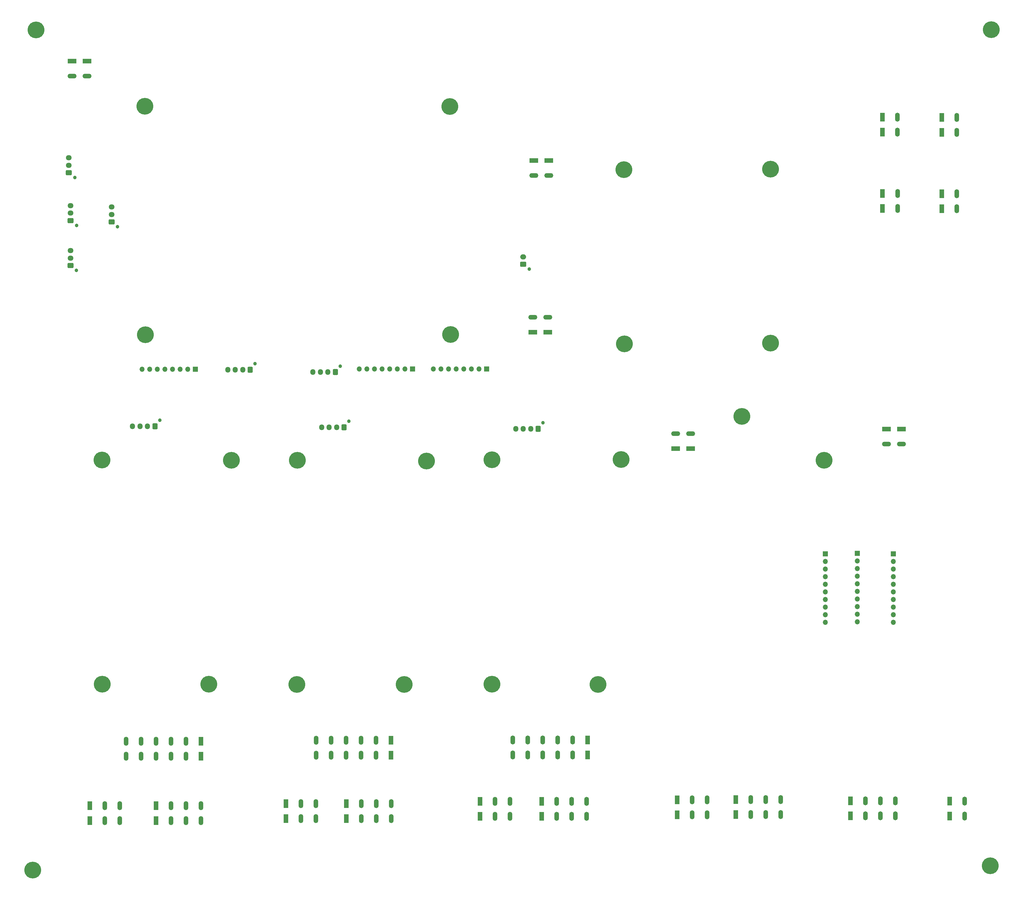
<source format=gbr>
%TF.GenerationSoftware,KiCad,Pcbnew,6.0.11-2627ca5db0~126~ubuntu22.04.1*%
%TF.CreationDate,2023-04-05T12:46:55+02:00*%
%TF.ProjectId,boxPCB,626f7850-4342-42e6-9b69-6361645f7063,rev?*%
%TF.SameCoordinates,Original*%
%TF.FileFunction,Soldermask,Bot*%
%TF.FilePolarity,Negative*%
%FSLAX46Y46*%
G04 Gerber Fmt 4.6, Leading zero omitted, Abs format (unit mm)*
G04 Created by KiCad (PCBNEW 6.0.11-2627ca5db0~126~ubuntu22.04.1) date 2023-04-05 12:46:55*
%MOMM*%
%LPD*%
G01*
G04 APERTURE LIST*
G04 Aperture macros list*
%AMRoundRect*
0 Rectangle with rounded corners*
0 $1 Rounding radius*
0 $2 $3 $4 $5 $6 $7 $8 $9 X,Y pos of 4 corners*
0 Add a 4 corners polygon primitive as box body*
4,1,4,$2,$3,$4,$5,$6,$7,$8,$9,$2,$3,0*
0 Add four circle primitives for the rounded corners*
1,1,$1+$1,$2,$3*
1,1,$1+$1,$4,$5*
1,1,$1+$1,$6,$7*
1,1,$1+$1,$8,$9*
0 Add four rect primitives between the rounded corners*
20,1,$1+$1,$2,$3,$4,$5,0*
20,1,$1+$1,$4,$5,$6,$7,0*
20,1,$1+$1,$6,$7,$8,$9,0*
20,1,$1+$1,$8,$9,$2,$3,0*%
G04 Aperture macros list end*
%ADD10R,1.500000X3.000000*%
%ADD11O,1.500000X3.000000*%
%ADD12C,1.200000*%
%ADD13RoundRect,0.250000X0.725000X-0.600000X0.725000X0.600000X-0.725000X0.600000X-0.725000X-0.600000X0*%
%ADD14O,1.950000X1.700000*%
%ADD15RoundRect,0.250000X0.600000X0.725000X-0.600000X0.725000X-0.600000X-0.725000X0.600000X-0.725000X0*%
%ADD16O,1.700000X1.950000*%
%ADD17C,5.600000*%
%ADD18R,1.700000X1.700000*%
%ADD19O,1.700000X1.700000*%
%ADD20R,3.000000X1.500000*%
%ADD21O,3.000000X1.500000*%
%ADD22RoundRect,0.250000X0.750000X-0.600000X0.750000X0.600000X-0.750000X0.600000X-0.750000X-0.600000X0*%
%ADD23O,2.000000X1.700000*%
G04 APERTURE END LIST*
D10*
%TO.C,J105*%
X89475392Y-263430093D03*
X89475392Y-268430093D03*
D11*
X94475392Y-268430093D03*
X94475392Y-263430093D03*
X99475392Y-268430093D03*
X99475392Y-263430093D03*
%TD*%
D12*
%TO.C,J111*%
X19045000Y-54410000D03*
D13*
X17045000Y-52810000D03*
D14*
X17045000Y-50310000D03*
X17045000Y-47810000D03*
%TD*%
D10*
%TO.C,J121*%
X109650392Y-263430093D03*
X109650392Y-268430093D03*
D11*
X114650392Y-263430093D03*
X114650392Y-268430093D03*
X119650392Y-263430093D03*
X119650392Y-268430093D03*
X124650392Y-268430093D03*
X124650392Y-263430093D03*
%TD*%
D10*
%TO.C,J115*%
X190200392Y-247205093D03*
X190200392Y-242205093D03*
D11*
X185200392Y-247205093D03*
X185200392Y-242205093D03*
X180200392Y-247205093D03*
X180200392Y-242205093D03*
X175200392Y-247205093D03*
X175200392Y-242205093D03*
X170200392Y-247205093D03*
X170200392Y-242205093D03*
X165200392Y-247205093D03*
X165200392Y-242205093D03*
%TD*%
D12*
%TO.C,J113*%
X47405392Y-135450093D03*
D15*
X45805392Y-137450093D03*
D16*
X43305392Y-137450093D03*
X40805392Y-137450093D03*
X38305392Y-137450093D03*
%TD*%
D17*
%TO.C,H123*%
X158250000Y-148640000D03*
%TD*%
D18*
%TO.C,J137*%
X280205392Y-179850093D03*
D19*
X280205392Y-182390093D03*
X280205392Y-184930093D03*
X280205392Y-187470093D03*
X280205392Y-190010093D03*
X280205392Y-192550093D03*
X280205392Y-195090093D03*
X280205392Y-197630093D03*
X280205392Y-200170093D03*
X280205392Y-202710093D03*
%TD*%
D10*
%TO.C,J120*%
X174875392Y-267655093D03*
X174875392Y-262655093D03*
D11*
X179875392Y-262655093D03*
X179875392Y-267655093D03*
X184875392Y-262655093D03*
X184875392Y-267655093D03*
X189875392Y-262655093D03*
X189875392Y-267655093D03*
%TD*%
D10*
%TO.C,J131*%
X277850392Y-267505093D03*
X277850392Y-262505093D03*
D11*
X282850392Y-262505093D03*
X282850392Y-267505093D03*
X287850392Y-267505093D03*
X287850392Y-262505093D03*
X292850392Y-267505093D03*
X292850392Y-262505093D03*
%TD*%
D10*
%TO.C,J104*%
X24075392Y-269080093D03*
X24075392Y-264080093D03*
D11*
X29075392Y-269080093D03*
X29075392Y-264080093D03*
X34075392Y-269080093D03*
X34075392Y-264080093D03*
%TD*%
D12*
%TO.C,J128*%
X107615392Y-117350093D03*
D15*
X106015392Y-119350093D03*
D16*
X103515392Y-119350093D03*
X101015392Y-119350093D03*
X98515392Y-119350093D03*
%TD*%
D17*
%TO.C,H117*%
X128920000Y-223620000D03*
%TD*%
%TO.C,H101*%
X324840000Y-5050000D03*
%TD*%
D10*
%TO.C,J130*%
X288525392Y-39245093D03*
X288525392Y-34245093D03*
D11*
X293525392Y-39245093D03*
X293525392Y-34245093D03*
%TD*%
D17*
%TO.C,H126*%
X136370000Y-149070000D03*
%TD*%
D10*
%TO.C,J129*%
X308375392Y-39345093D03*
X308375392Y-34345093D03*
D11*
X313375392Y-34345093D03*
X313375392Y-39345093D03*
%TD*%
D17*
%TO.C,H121*%
X63770000Y-223550000D03*
%TD*%
D12*
%TO.C,J109*%
X19645000Y-70380000D03*
D13*
X17645000Y-68780000D03*
D14*
X17645000Y-66280000D03*
X17645000Y-63780000D03*
%TD*%
D18*
%TO.C,J101*%
X59240392Y-118385093D03*
D19*
X56700392Y-118385093D03*
X54160392Y-118385093D03*
X51620392Y-118385093D03*
X49080392Y-118385093D03*
X46540392Y-118385093D03*
X44000392Y-118385093D03*
X41460392Y-118385093D03*
%TD*%
D20*
%TO.C,J125*%
X172205392Y-48745093D03*
X177205392Y-48745093D03*
D21*
X172205392Y-53745093D03*
X177205392Y-53745093D03*
%TD*%
D17*
%TO.C,H116*%
X28180000Y-223560000D03*
%TD*%
D12*
%TO.C,J108*%
X19585000Y-85400000D03*
D13*
X17585000Y-83800000D03*
D14*
X17585000Y-81300000D03*
X17585000Y-78800000D03*
%TD*%
D18*
%TO.C,J103*%
X131755392Y-118295093D03*
D19*
X129215392Y-118295093D03*
X126675392Y-118295093D03*
X124135392Y-118295093D03*
X121595392Y-118295093D03*
X119055392Y-118295093D03*
X116515392Y-118295093D03*
X113975392Y-118295093D03*
%TD*%
D17*
%TO.C,H110*%
X202310000Y-51760000D03*
%TD*%
%TO.C,H112*%
X193670000Y-223630000D03*
%TD*%
D20*
%TO.C,J119*%
X294915392Y-138415093D03*
X289915392Y-138415093D03*
D21*
X289915392Y-143415093D03*
X294915392Y-143415093D03*
%TD*%
D17*
%TO.C,H113*%
X144430000Y-106820000D03*
%TD*%
%TO.C,H124*%
X202420000Y-109920000D03*
%TD*%
D18*
%TO.C,J102*%
X156510392Y-118295093D03*
D19*
X153970392Y-118295093D03*
X151430392Y-118295093D03*
X148890392Y-118295093D03*
X146350392Y-118295093D03*
X143810392Y-118295093D03*
X141270392Y-118295093D03*
X138730392Y-118295093D03*
%TD*%
D10*
%TO.C,J133*%
X308385392Y-64795093D03*
X308385392Y-59795093D03*
D11*
X313385392Y-64795093D03*
X313385392Y-59795093D03*
%TD*%
D17*
%TO.C,H111*%
X71300000Y-148820000D03*
%TD*%
%TO.C,H103*%
X201330000Y-148520000D03*
%TD*%
D10*
%TO.C,J132*%
X239575392Y-267080093D03*
X239575392Y-262080093D03*
D11*
X244575392Y-267080093D03*
X244575392Y-262080093D03*
X249575392Y-262080093D03*
X249575392Y-267080093D03*
X254575392Y-267080093D03*
X254575392Y-262080093D03*
%TD*%
D12*
%TO.C,J114*%
X110525392Y-135755093D03*
D15*
X108925392Y-137755093D03*
D16*
X106425392Y-137755093D03*
X103925392Y-137755093D03*
X101425392Y-137755093D03*
%TD*%
D17*
%TO.C,H125*%
X28150000Y-148740000D03*
%TD*%
D10*
%TO.C,J116*%
X124575392Y-242280093D03*
X124575392Y-247280093D03*
D11*
X119575392Y-242280093D03*
X119575392Y-247280093D03*
X114575392Y-247280093D03*
X114575392Y-242280093D03*
X109575392Y-247280093D03*
X109575392Y-242280093D03*
X104575392Y-242280093D03*
X104575392Y-247280093D03*
X99575392Y-247280093D03*
X99575392Y-242280093D03*
%TD*%
D17*
%TO.C,H119*%
X42580000Y-106870000D03*
%TD*%
%TO.C,H118*%
X144220000Y-30720000D03*
%TD*%
D10*
%TO.C,J134*%
X288595392Y-59725093D03*
X288595392Y-64725093D03*
D11*
X293595392Y-64725093D03*
X293595392Y-59725093D03*
%TD*%
D10*
%TO.C,J117*%
X61125392Y-242630093D03*
X61125392Y-247630093D03*
D11*
X56125392Y-247630093D03*
X56125392Y-242630093D03*
X51125392Y-242630093D03*
X51125392Y-247630093D03*
X46125392Y-247630093D03*
X46125392Y-242630093D03*
X41125392Y-242630093D03*
X41125392Y-247630093D03*
X36125392Y-247630093D03*
X36125392Y-242630093D03*
%TD*%
D10*
%TO.C,J106*%
X154275392Y-262630093D03*
X154275392Y-267630093D03*
D11*
X159275392Y-267630093D03*
X159275392Y-262630093D03*
X164275392Y-267630093D03*
X164275392Y-262630093D03*
%TD*%
D20*
%TO.C,J135*%
X18095392Y-15555093D03*
X23095392Y-15555093D03*
D21*
X18095392Y-20555093D03*
X23095392Y-20555093D03*
%TD*%
D12*
%TO.C,J112*%
X175275392Y-136300093D03*
D15*
X173675392Y-138300093D03*
D16*
X171175392Y-138300093D03*
X168675392Y-138300093D03*
X166175392Y-138300093D03*
%TD*%
D10*
%TO.C,J122*%
X46125392Y-269080093D03*
X46125392Y-264080093D03*
D11*
X51125392Y-269080093D03*
X51125392Y-264080093D03*
X56125392Y-264080093D03*
X56125392Y-269080093D03*
X61125392Y-264080093D03*
X61125392Y-269080093D03*
%TD*%
D17*
%TO.C,H122*%
X269040000Y-148810000D03*
%TD*%
D10*
%TO.C,J107*%
X220025392Y-262155093D03*
X220025392Y-267155093D03*
D11*
X225025392Y-262155093D03*
X225025392Y-267155093D03*
X230025392Y-262155093D03*
X230025392Y-267155093D03*
%TD*%
D12*
%TO.C,J127*%
X79175392Y-116555093D03*
D15*
X77575392Y-118555093D03*
D16*
X75075392Y-118555093D03*
X72575392Y-118555093D03*
X70075392Y-118555093D03*
%TD*%
D17*
%TO.C,H108*%
X324540000Y-284210000D03*
%TD*%
%TO.C,H106*%
X42460000Y-30590000D03*
%TD*%
%TO.C,H114*%
X6100000Y-5130000D03*
%TD*%
%TO.C,H105*%
X93300000Y-148800000D03*
%TD*%
D10*
%TO.C,J123*%
X311000392Y-267580093D03*
X311000392Y-262580093D03*
D11*
X316000392Y-262580093D03*
X316000392Y-267580093D03*
%TD*%
D18*
%TO.C,J136*%
X269465392Y-180075093D03*
D19*
X269465392Y-182615093D03*
X269465392Y-185155093D03*
X269465392Y-187695093D03*
X269465392Y-190235093D03*
X269465392Y-192775093D03*
X269465392Y-195315093D03*
X269465392Y-197855093D03*
X269465392Y-200395093D03*
X269465392Y-202935093D03*
%TD*%
D20*
%TO.C,J126*%
X176915392Y-106025093D03*
X171915392Y-106025093D03*
D21*
X176915392Y-101025093D03*
X171915392Y-101025093D03*
%TD*%
D17*
%TO.C,H107*%
X93170000Y-223650000D03*
%TD*%
D18*
%TO.C,J138*%
X292155392Y-180000093D03*
D19*
X292155392Y-182540093D03*
X292155392Y-185080093D03*
X292155392Y-187620093D03*
X292155392Y-190160093D03*
X292155392Y-192700093D03*
X292155392Y-195240093D03*
X292155392Y-197780093D03*
X292155392Y-200320093D03*
X292155392Y-202860093D03*
%TD*%
D20*
%TO.C,J124*%
X224585392Y-144935093D03*
X219585392Y-144935093D03*
D21*
X224585392Y-139935093D03*
X219585392Y-139935093D03*
%TD*%
D12*
%TO.C,J118*%
X170680392Y-84965093D03*
D22*
X168680392Y-83365093D03*
D23*
X168680392Y-80865093D03*
%TD*%
D17*
%TO.C,H104*%
X158220000Y-223520000D03*
%TD*%
%TO.C,H109*%
X251240000Y-51590000D03*
%TD*%
%TO.C,H120*%
X241649810Y-134138929D03*
%TD*%
D12*
%TO.C,J110*%
X33310000Y-70810000D03*
D13*
X31310000Y-69210000D03*
D14*
X31310000Y-66710000D03*
X31310000Y-64210000D03*
%TD*%
D17*
%TO.C,H115*%
X251210000Y-109680000D03*
%TD*%
%TO.C,H102*%
X5020000Y-285650000D03*
%TD*%
M02*

</source>
